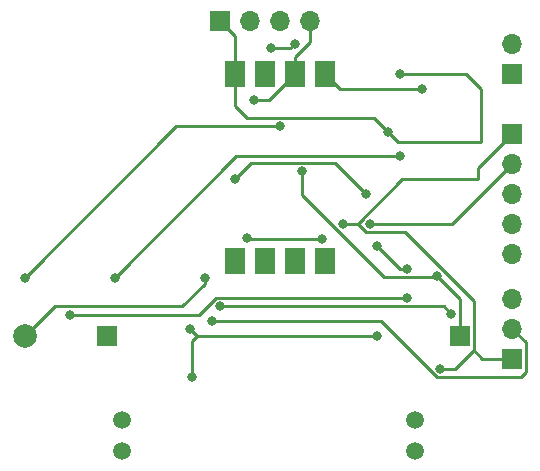
<source format=gbl>
G04 #@! TF.GenerationSoftware,KiCad,Pcbnew,(6.0.0-0)*
G04 #@! TF.CreationDate,2022-02-18T10:32:57-06:00*
G04 #@! TF.ProjectId,PhysarumV1,50687973-6172-4756-9d56-312e6b696361,rev?*
G04 #@! TF.SameCoordinates,Original*
G04 #@! TF.FileFunction,Copper,L2,Bot*
G04 #@! TF.FilePolarity,Positive*
%FSLAX46Y46*%
G04 Gerber Fmt 4.6, Leading zero omitted, Abs format (unit mm)*
G04 Created by KiCad (PCBNEW (6.0.0-0)) date 2022-02-18 10:32:57*
%MOMM*%
%LPD*%
G01*
G04 APERTURE LIST*
G04 #@! TA.AperFunction,SMDPad,CuDef*
%ADD10R,1.700000X2.200000*%
G04 #@! TD*
G04 #@! TA.AperFunction,ComponentPad*
%ADD11R,1.700000X1.700000*%
G04 #@! TD*
G04 #@! TA.AperFunction,ComponentPad*
%ADD12O,1.700000X1.700000*%
G04 #@! TD*
G04 #@! TA.AperFunction,WasherPad*
%ADD13C,1.500000*%
G04 #@! TD*
G04 #@! TA.AperFunction,ComponentPad*
%ADD14C,2.000000*%
G04 #@! TD*
G04 #@! TA.AperFunction,ViaPad*
%ADD15C,0.800000*%
G04 #@! TD*
G04 #@! TA.AperFunction,Conductor*
%ADD16C,0.250000*%
G04 #@! TD*
G04 APERTURE END LIST*
D10*
X27295000Y-12700000D03*
X24755000Y-12700000D03*
X22215000Y-12700000D03*
X19675000Y-12700000D03*
D11*
X43180000Y-12705000D03*
D12*
X43180000Y-10165000D03*
D13*
X10160000Y-44630000D03*
X10160000Y-42030000D03*
D11*
X38735000Y-34925000D03*
D13*
X34925000Y-42030000D03*
X34925000Y-44630000D03*
D11*
X43180000Y-17780000D03*
D12*
X43180000Y-20320000D03*
X43180000Y-22860000D03*
X43180000Y-25400000D03*
X43180000Y-27940000D03*
D11*
X8890000Y-34925000D03*
X18425000Y-8255000D03*
D12*
X20965000Y-8255000D03*
X23505000Y-8255000D03*
X26045000Y-8255000D03*
D11*
X43180000Y-36815000D03*
D12*
X43180000Y-34275000D03*
X43180000Y-31735000D03*
D14*
X1905000Y-34925000D03*
D10*
X27295000Y-28575000D03*
X24755000Y-28575000D03*
X22215000Y-28575000D03*
X19675000Y-28575000D03*
D15*
X21320000Y-14900000D03*
X20760000Y-26620000D03*
X27080000Y-26680000D03*
X5715000Y-33109500D03*
X34290000Y-31660500D03*
X33655000Y-12700000D03*
X32700000Y-17600000D03*
X31750000Y-27305000D03*
X34290000Y-29210000D03*
X28845000Y-25400000D03*
X37090000Y-37670000D03*
X38010500Y-33020000D03*
X22215000Y-12700000D03*
X18415000Y-32385000D03*
X31115000Y-25400000D03*
X19685000Y-21590000D03*
X30845000Y-22860000D03*
X17780000Y-33655000D03*
X22780500Y-10550989D03*
X24765000Y-10160000D03*
X17147500Y-29950000D03*
X9527500Y-29950000D03*
X33655000Y-19685000D03*
X15875000Y-34290000D03*
X31750000Y-34925000D03*
X16100000Y-38340000D03*
X23495000Y-17145000D03*
X1907500Y-29950000D03*
X35560000Y-13970000D03*
X36830000Y-29845000D03*
X25400000Y-20955000D03*
D16*
X22555000Y-14900000D02*
X24755000Y-12700000D01*
X21320000Y-14900000D02*
X22555000Y-14900000D01*
X32700000Y-17600000D02*
X31520489Y-16420489D01*
X20779511Y-16420489D02*
X20730000Y-16470000D01*
X31520489Y-16420489D02*
X20779511Y-16420489D01*
X20730000Y-16470000D02*
X19675000Y-15415000D01*
X19675000Y-15415000D02*
X19675000Y-12700000D01*
X27295000Y-12700000D02*
X28565000Y-13970000D01*
X28565000Y-13970000D02*
X35560000Y-13970000D01*
X19675000Y-12700000D02*
X19675000Y-9505000D01*
X19675000Y-9505000D02*
X18425000Y-8255000D01*
X26045000Y-8255000D02*
X26045000Y-9995489D01*
X26045000Y-9995489D02*
X24755000Y-11285489D01*
X24755000Y-11285489D02*
X24755000Y-12700000D01*
X20820000Y-26680000D02*
X20760000Y-26620000D01*
X27080000Y-26680000D02*
X20820000Y-26680000D01*
X5715000Y-33109500D02*
X16665886Y-33109500D01*
X18114886Y-31660500D02*
X34290000Y-31660500D01*
X16665886Y-33109500D02*
X18114886Y-31660500D01*
X33550000Y-18450000D02*
X32700000Y-17600000D01*
X33655000Y-12700000D02*
X39250000Y-12700000D01*
X40500000Y-18450000D02*
X33550000Y-18450000D01*
X39250000Y-12700000D02*
X40500000Y-13950000D01*
X40500000Y-13950000D02*
X40500000Y-18450000D01*
X31750000Y-27305000D02*
X33655000Y-29210000D01*
X33655000Y-29210000D02*
X34290000Y-29210000D01*
X39909511Y-36099511D02*
X39909511Y-31899897D01*
X33870386Y-21620000D02*
X40290000Y-21620000D01*
X39909511Y-36099511D02*
X40625000Y-36815000D01*
X28845000Y-25400000D02*
X30090386Y-25400000D01*
X40290000Y-21620000D02*
X40290000Y-20670000D01*
X30814897Y-26124511D02*
X30090386Y-25400000D01*
X40290000Y-20670000D02*
X43180000Y-17780000D01*
X37090000Y-37670000D02*
X38339022Y-37670000D01*
X30090386Y-25400000D02*
X33870386Y-21620000D01*
X39909511Y-31899897D02*
X34134125Y-26124511D01*
X38339022Y-37670000D02*
X39909511Y-36099511D01*
X40625000Y-36815000D02*
X43180000Y-36815000D01*
X34134125Y-26124511D02*
X30814897Y-26124511D01*
X37375500Y-32385000D02*
X38010500Y-33020000D01*
X31115000Y-25400000D02*
X38100000Y-25400000D01*
X18415000Y-32385000D02*
X37375500Y-32385000D01*
X38100000Y-25400000D02*
X43180000Y-20320000D01*
X28215489Y-20230489D02*
X21044511Y-20230489D01*
X30845000Y-22860000D02*
X28215489Y-20230489D01*
X21044511Y-20230489D02*
X19685000Y-21590000D01*
X43949511Y-38394511D02*
X44354511Y-37989511D01*
X17780000Y-33655000D02*
X32050386Y-33655000D01*
X36789897Y-38394511D02*
X43949511Y-38394511D01*
X44354511Y-37989511D02*
X44354511Y-35449511D01*
X44354511Y-35449511D02*
X43180000Y-34275000D01*
X32050386Y-33655000D02*
X36789897Y-38394511D01*
X24374011Y-10550989D02*
X24765000Y-10160000D01*
X22780500Y-10550989D02*
X24374011Y-10550989D01*
X1905000Y-34925000D02*
X4445000Y-32385000D01*
X17147500Y-30477500D02*
X17147500Y-29950000D01*
X15240000Y-32385000D02*
X17147500Y-30477500D01*
X4445000Y-32385000D02*
X15240000Y-32385000D01*
X33655000Y-19685000D02*
X19792500Y-19685000D01*
X19792500Y-19685000D02*
X9527500Y-29950000D01*
X16100000Y-38340000D02*
X16100000Y-35335000D01*
X16100000Y-35335000D02*
X16510000Y-34925000D01*
X16510000Y-34925000D02*
X31750000Y-34925000D01*
X15875000Y-34290000D02*
X16510000Y-34925000D01*
X14712500Y-17145000D02*
X1907500Y-29950000D01*
X23495000Y-17145000D02*
X14712500Y-17145000D01*
X32354897Y-29934511D02*
X36740489Y-29934511D01*
X25400000Y-20955000D02*
X25400000Y-22979614D01*
X25400000Y-22979614D02*
X32354897Y-29934511D01*
X36740489Y-29934511D02*
X36830000Y-29845000D01*
X38735000Y-31750000D02*
X38735000Y-34925000D01*
X36830000Y-29845000D02*
X38735000Y-31750000D01*
M02*

</source>
